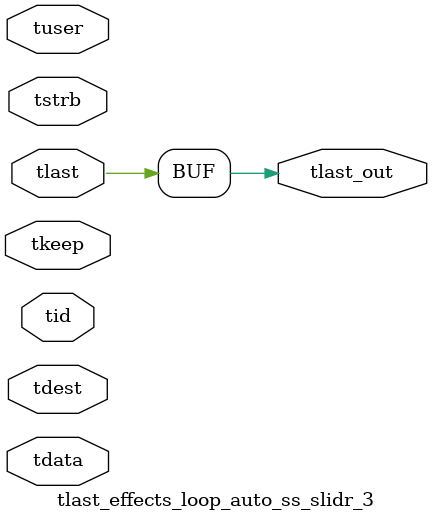
<source format=v>


`timescale 1ps/1ps

module tlast_effects_loop_auto_ss_slidr_3 #
(
parameter C_S_AXIS_TID_WIDTH   = 1,
parameter C_S_AXIS_TUSER_WIDTH = 0,
parameter C_S_AXIS_TDATA_WIDTH = 0,
parameter C_S_AXIS_TDEST_WIDTH = 0
)
(
input  [(C_S_AXIS_TID_WIDTH   == 0 ? 1 : C_S_AXIS_TID_WIDTH)-1:0       ] tid,
input  [(C_S_AXIS_TDATA_WIDTH == 0 ? 1 : C_S_AXIS_TDATA_WIDTH)-1:0     ] tdata,
input  [(C_S_AXIS_TUSER_WIDTH == 0 ? 1 : C_S_AXIS_TUSER_WIDTH)-1:0     ] tuser,
input  [(C_S_AXIS_TDEST_WIDTH == 0 ? 1 : C_S_AXIS_TDEST_WIDTH)-1:0     ] tdest,
input  [(C_S_AXIS_TDATA_WIDTH/8)-1:0 ] tkeep,
input  [(C_S_AXIS_TDATA_WIDTH/8)-1:0 ] tstrb,
input  [0:0]                                                             tlast,
output                                                                   tlast_out
);

assign tlast_out = {tlast};

endmodule


</source>
